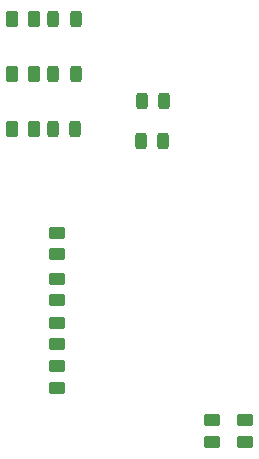
<source format=gtp>
G04 #@! TF.GenerationSoftware,KiCad,Pcbnew,(6.0.11)*
G04 #@! TF.CreationDate,2023-03-19T09:24:41+01:00*
G04 #@! TF.ProjectId,powerbar_pcb,706f7765-7262-4617-925f-7063622e6b69,rev?*
G04 #@! TF.SameCoordinates,Original*
G04 #@! TF.FileFunction,Paste,Top*
G04 #@! TF.FilePolarity,Positive*
%FSLAX46Y46*%
G04 Gerber Fmt 4.6, Leading zero omitted, Abs format (unit mm)*
G04 Created by KiCad (PCBNEW (6.0.11)) date 2023-03-19 09:24:41*
%MOMM*%
%LPD*%
G01*
G04 APERTURE LIST*
G04 Aperture macros list*
%AMRoundRect*
0 Rectangle with rounded corners*
0 $1 Rounding radius*
0 $2 $3 $4 $5 $6 $7 $8 $9 X,Y pos of 4 corners*
0 Add a 4 corners polygon primitive as box body*
4,1,4,$2,$3,$4,$5,$6,$7,$8,$9,$2,$3,0*
0 Add four circle primitives for the rounded corners*
1,1,$1+$1,$2,$3*
1,1,$1+$1,$4,$5*
1,1,$1+$1,$6,$7*
1,1,$1+$1,$8,$9*
0 Add four rect primitives between the rounded corners*
20,1,$1+$1,$2,$3,$4,$5,0*
20,1,$1+$1,$4,$5,$6,$7,0*
20,1,$1+$1,$6,$7,$8,$9,0*
20,1,$1+$1,$8,$9,$2,$3,0*%
G04 Aperture macros list end*
%ADD10RoundRect,0.250000X-0.450000X0.262500X-0.450000X-0.262500X0.450000X-0.262500X0.450000X0.262500X0*%
%ADD11RoundRect,0.250000X0.450000X-0.262500X0.450000X0.262500X-0.450000X0.262500X-0.450000X-0.262500X0*%
%ADD12RoundRect,0.250000X-0.262500X-0.450000X0.262500X-0.450000X0.262500X0.450000X-0.262500X0.450000X0*%
%ADD13RoundRect,0.243750X0.243750X0.456250X-0.243750X0.456250X-0.243750X-0.456250X0.243750X-0.456250X0*%
%ADD14RoundRect,0.243750X-0.243750X-0.456250X0.243750X-0.456250X0.243750X0.456250X-0.243750X0.456250X0*%
G04 APERTURE END LIST*
D10*
X108210000Y-75847500D03*
X108210000Y-77672500D03*
D11*
X121320000Y-93572500D03*
X121320000Y-91747500D03*
D12*
X104417500Y-67040000D03*
X106242500Y-67040000D03*
D10*
X108200000Y-83477500D03*
X108200000Y-85302500D03*
X108210000Y-79735000D03*
X108210000Y-81560000D03*
D12*
X104437500Y-57770000D03*
X106262500Y-57770000D03*
D13*
X117175000Y-68100000D03*
X115300000Y-68100000D03*
D14*
X107902500Y-57770000D03*
X109777500Y-57770000D03*
D13*
X117237500Y-64700000D03*
X115362500Y-64700000D03*
D11*
X124120000Y-93542500D03*
X124120000Y-91717500D03*
D10*
X108200000Y-87177500D03*
X108200000Y-89002500D03*
D14*
X107902500Y-62410000D03*
X109777500Y-62410000D03*
D12*
X104417500Y-62410000D03*
X106242500Y-62410000D03*
D14*
X107882500Y-67040000D03*
X109757500Y-67040000D03*
M02*

</source>
